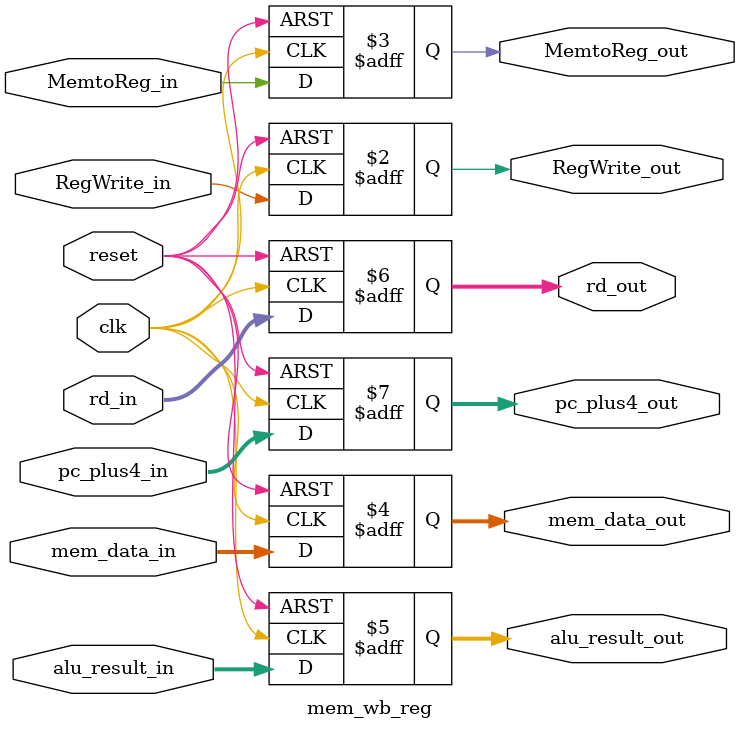
<source format=v>
`timescale 1ns / 1ps

module mem_wb_reg (
    input wire clk,
    input wire reset,
    // Control signals
    input wire RegWrite_in, MemtoReg_in,
    // Data
    input wire [31:0] mem_data_in,
    input wire [31:0] alu_result_in,
    input wire [4:0] rd_in,
    input wire [31:0] pc_plus4_in,
    // Outputs
    output reg RegWrite_out, MemtoReg_out,
    output reg [31:0] mem_data_out,
    output reg [31:0] alu_result_out,
    output reg [4:0] rd_out,
    output reg [31:0] pc_plus4_out
);
    always @(posedge clk or posedge reset) begin
        if (reset) begin
            RegWrite_out <= 0;
            MemtoReg_out <= 0;
            mem_data_out <= 32'd0;
            alu_result_out <= 32'd0;
            rd_out <= 5'd0;
            pc_plus4_out <= 32'd0;
        end else begin
            RegWrite_out <= RegWrite_in;
            MemtoReg_out <= MemtoReg_in;
            mem_data_out <= mem_data_in;
            alu_result_out <= alu_result_in;
            rd_out <= rd_in;
            pc_plus4_out <= pc_plus4_in;
        end
    end
endmodule

</source>
